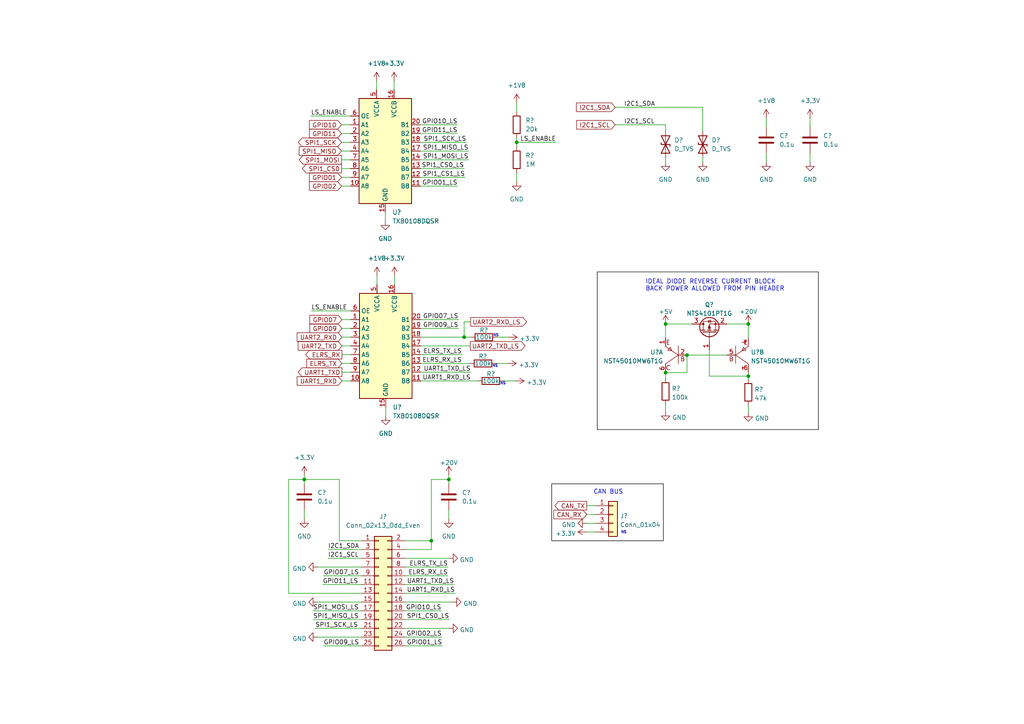
<source format=kicad_sch>
(kicad_sch (version 20211123) (generator eeschema)
  (paper "A4")
  (title_block (title "GPIO") (date "2022-09-18") (rev "1.0"))
  (lib_symbols
    (symbol "Connector_Generic:Conn_01x04" (pin_names (offset 1.016) hide)
      (property "Reference" "J" (at 0 5.08 0))
      (property "Value" "Conn_01x04" (at 0 -7.62 0))
      (symbol "Conn_01x04_1_1"
        (rectangle (start -1.27 -4.953) (end 0 -5.207) (stroke (width 0.1524)))
        (rectangle (start -1.27 -2.413) (end 0 -2.667) (stroke (width 0.1524)))
        (rectangle (start -1.27 0.127) (end 0 -0.127) (stroke (width 0.1524)))
        (rectangle (start -1.27 2.667) (end 0 2.413) (stroke (width 0.1524)))
        (rectangle (start -1.27 3.81) (end 1.27 -6.35) (stroke (width 0.254)) (fill (type background)))
        (pin passive line (at -5.08 2.54 0) (length 3.81) (name "Pin_1") (number "1"))
        (pin passive line (at -5.08 0 0) (length 3.81) (name "Pin_2") (number "2"))
        (pin passive line (at -5.08 -2.54 0) (length 3.81) (name "Pin_3") (number "3"))
        (pin passive line (at -5.08 -5.08 0) (length 3.81) (name "Pin_4") (number "4"))
      )
    )
    (symbol "Connector_Generic:Conn_02x13_Odd_Even" (pin_names (offset 1.016) hide)
      (property "Reference" "J" (at 1.27 17.78 0))
      (property "Value" "Conn_02x13_Odd_Even" (at 1.27 -17.78 0))
      (symbol "Conn_02x13_Odd_Even_1_1"
        (rectangle (start -1.27 -15.113) (end 0 -15.367) (stroke (width 0.1524)))
        (rectangle (start -1.27 -12.573) (end 0 -12.827) (stroke (width 0.1524)))
        (rectangle (start -1.27 -10.033) (end 0 -10.287) (stroke (width 0.1524)))
        (rectangle (start -1.27 -7.493) (end 0 -7.747) (stroke (width 0.1524)))
        (rectangle (start -1.27 -4.953) (end 0 -5.207) (stroke (width 0.1524)))
        (rectangle (start -1.27 -2.413) (end 0 -2.667) (stroke (width 0.1524)))
        (rectangle (start -1.27 0.127) (end 0 -0.127) (stroke (width 0.1524)))
        (rectangle (start -1.27 2.667) (end 0 2.413) (stroke (width 0.1524)))
        (rectangle (start -1.27 5.207) (end 0 4.953) (stroke (width 0.1524)))
        (rectangle (start -1.27 7.747) (end 0 7.493) (stroke (width 0.1524)))
        (rectangle (start -1.27 10.287) (end 0 10.033) (stroke (width 0.1524)))
        (rectangle (start -1.27 12.827) (end 0 12.573) (stroke (width 0.1524)))
        (rectangle (start -1.27 15.367) (end 0 15.113) (stroke (width 0.1524)))
        (rectangle (start -1.27 16.51) (end 3.81 -16.51) (stroke (width 0.254)) (fill (type background)))
        (rectangle (start 3.81 -15.113) (end 2.54 -15.367) (stroke (width 0.1524)))
        (rectangle (start 3.81 -12.573) (end 2.54 -12.827) (stroke (width 0.1524)))
        (rectangle (start 3.81 -10.033) (end 2.54 -10.287) (stroke (width 0.1524)))
        (rectangle (start 3.81 -7.493) (end 2.54 -7.747) (stroke (width 0.1524)))
        (rectangle (start 3.81 -4.953) (end 2.54 -5.207) (stroke (width 0.1524)))
        (rectangle (start 3.81 -2.413) (end 2.54 -2.667) (stroke (width 0.1524)))
        (rectangle (start 3.81 0.127) (end 2.54 -0.127) (stroke (width 0.1524)))
        (rectangle (start 3.81 2.667) (end 2.54 2.413) (stroke (width 0.1524)))
        (rectangle (start 3.81 5.207) (end 2.54 4.953) (stroke (width 0.1524)))
        (rectangle (start 3.81 7.747) (end 2.54 7.493) (stroke (width 0.1524)))
        (rectangle (start 3.81 10.287) (end 2.54 10.033) (stroke (width 0.1524)))
        (rectangle (start 3.81 12.827) (end 2.54 12.573) (stroke (width 0.1524)))
        (rectangle (start 3.81 15.367) (end 2.54 15.113) (stroke (width 0.1524)))
        (pin passive line (at -5.08 15.24 0) (length 3.81) (name "Pin_1") (number "1"))
        (pin passive line (at 7.62 5.08 180) (length 3.81) (name "Pin_10") (number "10"))
        (pin passive line (at -5.08 2.54 0) (length 3.81) (name "Pin_11") (number "11"))
        (pin passive line (at 7.62 2.54 180) (length 3.81) (name "Pin_12") (number "12"))
        (pin passive line (at -5.08 0 0) (length 3.81) (name "Pin_13") (number "13"))
        (pin passive line (at 7.62 0 180) (length 3.81) (name "Pin_14") (number "14"))
        (pin passive line (at -5.08 -2.54 0) (length 3.81) (name "Pin_15") (number "15"))
        (pin passive line (at 7.62 -2.54 180) (length 3.81) (name "Pin_16") (number "16"))
        (pin passive line (at -5.08 -5.08 0) (length 3.81) (name "Pin_17") (number "17"))
        (pin passive line (at 7.62 -5.08 180) (length 3.81) (name "Pin_18") (number "18"))
        (pin passive line (at -5.08 -7.62 0) (length 3.81) (name "Pin_19") (number "19"))
        (pin passive line (at 7.62 15.24 180) (length 3.81) (name "Pin_2") (number "2"))
        (pin passive line (at 7.62 -7.62 180) (length 3.81) (name "Pin_20") (number "20"))
        (pin passive line (at -5.08 -10.16 0) (length 3.81) (name "Pin_21") (number "21"))
        (pin passive line (at 7.62 -10.16 180) (length 3.81) (name "Pin_22") (number "22"))
        (pin passive line (at -5.08 -12.7 0) (length 3.81) (name "Pin_23") (number "23"))
        (pin passive line (at 7.62 -12.7 180) (length 3.81) (name "Pin_24") (number "24"))
        (pin passive line (at -5.08 -15.24 0) (length 3.81) (name "Pin_25") (number "25"))
        (pin passive line (at 7.62 -15.24 180) (length 3.81) (name "Pin_26") (number "26"))
        (pin passive line (at -5.08 12.7 0) (length 3.81) (name "Pin_3") (number "3"))
        (pin passive line (at 7.62 12.7 180) (length 3.81) (name "Pin_4") (number "4"))
        (pin passive line (at -5.08 10.16 0) (length 3.81) (name "Pin_5") (number "5"))
        (pin passive line (at 7.62 10.16 180) (length 3.81) (name "Pin_6") (number "6"))
        (pin passive line (at -5.08 7.62 0) (length 3.81) (name "Pin_7") (number "7"))
        (pin passive line (at 7.62 7.62 180) (length 3.81) (name "Pin_8") (number "8"))
        (pin passive line (at -5.08 5.08 0) (length 3.81) (name "Pin_9") (number "9"))
      )
    )
    (symbol "Device:C" (pin_numbers hide) (pin_names (offset 0.254))
      (property "Reference" "C" (at 0.635 2.54 0))
      (property "Value" "C" (at 0.635 -2.54 0))
      (symbol "C_0_1"
        (polyline (pts (xy -2.032 -0.762) (xy 2.032 -0.762)) (stroke (width 0.508)))
        (polyline (pts (xy -2.032 0.762) (xy 2.032 0.762)) (stroke (width 0.508)))
      )
      (symbol "C_1_1"
        (pin passive line (at 0 3.81 270) (length 2.794) (name "~") (number "1"))
        (pin passive line (at 0 -3.81 90) (length 2.794) (name "~") (number "2"))
      )
    )
    (symbol "Device:D_TVS" (pin_numbers hide) (pin_names (offset 1.016) hide)
      (property "Reference" "D" (at 0 2.54 0))
      (property "Value" "D_TVS" (at 0 -2.54 0))
      (symbol "D_TVS_0_1"
        (polyline (pts (xy 1.27 0) (xy -1.27 0)))
        (polyline (pts (xy 0.508 1.27) (xy 0 1.27) (xy 0 -1.27) (xy -0.508 -1.27)) (stroke (width 0.254)))
        (polyline (pts (xy -2.54 1.27) (xy -2.54 -1.27) (xy 2.54 1.27) (xy 2.54 -1.27) (xy -2.54 1.27)) (stroke (width 0.254)))
      )
      (symbol "D_TVS_1_1"
        (pin passive line (at -3.81 0 0) (length 2.54) (name "A1") (number "1"))
        (pin passive line (at 3.81 0 180) (length 2.54) (name "A2") (number "2"))
      )
    )
    (symbol "Device:R" (pin_numbers hide) (pin_names (offset 0))
      (property "Reference" "R" (at 2.032 0 90))
      (property "Value" "R" (at 0 0 90))
      (symbol "R_0_1"
        (rectangle (start -1.016 -2.54) (end 1.016 2.54) (stroke (width 0.254)))
      )
      (symbol "R_1_1"
        (pin passive line (at 0 3.81 270) (length 1.27) (name "~") (number "1"))
        (pin passive line (at 0 -3.81 90) (length 1.27) (name "~") (number "2"))
      )
    )
    (symbol "Logic_LevelTranslator:TXB0108DQSR"
      (property "Reference" "U" (at -6.35 16.51 0))
      (property "Value" "TXB0108DQSR" (at 3.81 16.51 0))
      (symbol "TXB0108DQSR_0_1"
        (rectangle (start -7.62 15.24) (end 7.62 -15.24) (stroke (width 0.254)) (fill (type background)))
      )
      (symbol "TXB0108DQSR_1_1"
        (pin bidirectional line (at -10.16 7.62 0) (length 2.54) (name "A1") (number "1"))
        (pin bidirectional line (at -10.16 -10.16 0) (length 2.54) (name "A8") (number "10"))
        (pin bidirectional line (at 10.16 -10.16 180) (length 2.54) (name "B8") (number "11"))
        (pin bidirectional line (at 10.16 -7.62 180) (length 2.54) (name "B7") (number "12"))
        (pin bidirectional line (at 10.16 -5.08 180) (length 2.54) (name "B6") (number "13"))
        (pin bidirectional line (at 10.16 -2.54 180) (length 2.54) (name "B5") (number "14"))
        (pin power_in line (at 0 -17.78 90) (length 2.54) (name "GND") (number "15"))
        (pin power_in line (at 2.54 17.78 270) (length 2.54) (name "VCCB") (number "16"))
        (pin bidirectional line (at 10.16 0 180) (length 2.54) (name "B4") (number "17"))
        (pin bidirectional line (at 10.16 2.54 180) (length 2.54) (name "B3") (number "18"))
        (pin bidirectional line (at 10.16 5.08 180) (length 2.54) (name "B2") (number "19"))
        (pin bidirectional line (at -10.16 5.08 0) (length 2.54) (name "A2") (number "2"))
        (pin bidirectional line (at 10.16 7.62 180) (length 2.54) (name "B1") (number "20"))
        (pin bidirectional line (at -10.16 2.54 0) (length 2.54) (name "A3") (number "3"))
        (pin bidirectional line (at -10.16 0 0) (length 2.54) (name "A4") (number "4"))
        (pin power_in line (at -2.54 17.78 270) (length 2.54) (name "VCCA") (number "5"))
        (pin input line (at -10.16 10.16 0) (length 2.54) (name "OE") (number "6"))
        (pin bidirectional line (at -10.16 -2.54 0) (length 2.54) (name "A5") (number "7"))
        (pin bidirectional line (at -10.16 -5.08 0) (length 2.54) (name "A6") (number "8"))
        (pin bidirectional line (at -10.16 -7.62 0) (length 2.54) (name "A7") (number "9"))
      )
    )
    (symbol "Power:+5VGPIO" (power) (pin_names (offset 0))
      (property "Value" "+5VGPIO" (at 0 3.556 0))
      (symbol "+5VGPIO_0_1"
        (polyline (pts (xy -0.762 1.27) (xy 0 2.54)))
        (polyline (pts (xy 0 0) (xy 0 2.54)))
        (polyline (pts (xy 0 2.54) (xy 0.762 1.27)))
      )
      (symbol "+5VGPIO_1_1"
        (pin power_in line (at 0 0 90) (length 0) hide (name "+20V") (number "1"))
      )
    )
    (symbol "Transistor_Arrays:NST45010MW6T1G"
      (property "Reference" "U" (at 0 4.445 0))
      (property "Value" "NST45010MW6T1G" (at 0 1.905 0))
      (symbol "NST45010MW6T1G_1_0"
        (text "B" (at 4.953 -9.017 0) (effects (font (size 1.27 1.27))))
        (text "C" (at 0.762 -11.557 0) (effects (font (size 1.27 1.27))))
        (text "E" (at 0.762 -4.191 0) (effects (font (size 1.27 1.27))))
      )
      (symbol "NST45010MW6T1G_1_1"
        (polyline (pts (xy 3.683 -5.207) (xy 3.683 -10.287)) (stroke (width 0.1524)))
        (polyline (pts (xy 0 -10.414) (xy 3.683 -7.874) (xy 0 -5.334)) (stroke (width 0.1524)))
        (polyline (pts (xy 1.397 -5.588) (xy 1.778 -6.604) (xy 0.635 -6.477) (xy 1.397 -5.588)) (stroke (width 0.1524)))
        (pin input line (at 0 -2.794 270) (length 2.54) (name "E") (number "1"))
        (pin input line (at 6.223 -7.874 180) (length 2.54) (name "B") (number "2"))
        (pin input line (at 0 -12.954 90) (length 2.54) (name "C") (number "6"))
      )
      (symbol "NST45010MW6T1G_2_0"
        (text "B" (at 4.953 -9.144 0) (effects (font (size 1.27 1.27))))
        (text "C" (at 0.762 -11.684 0) (effects (font (size 1.27 1.27))))
        (text "E" (at 0.762 -4.318 0) (effects (font (size 1.27 1.27))))
      )
      (symbol "NST45010MW6T1G_2_1"
        (polyline (pts (xy 3.683 -5.334) (xy 3.683 -10.414)) (stroke (width 0.1524)))
        (polyline (pts (xy 0 -10.541) (xy 3.683 -8.001) (xy 0 -5.461)) (stroke (width 0.1524)))
        (polyline (pts (xy 1.397 -5.715) (xy 1.778 -6.731) (xy 0.635 -6.604) (xy 1.397 -5.715)) (stroke (width 0.1524)))
        (pin input line (at 0 -13.081 90) (length 2.54) (name "C") (number "3"))
        (pin input line (at 0 -2.921 270) (length 2.54) (name "E") (number "4"))
        (pin input line (at 6.223 -8.001 180) (length 2.54) (name "B") (number "5"))
      )
    )
    (symbol "Transistor_FET:DMG2301L" (pin_names hide)
      (property "Reference" "Q" (at 5.08 1.905 0))
      (property "Value" "DMG2301L" (at 5.08 0 0))
      (symbol "DMG2301L_0_1"
        (polyline (pts (xy 0.254 0) (xy -2.54 0)))
        (polyline (pts (xy 0.254 1.905) (xy 0.254 -1.905)) (stroke (width 0.254)))
        (polyline (pts (xy 0.762 -1.27) (xy 0.762 -2.286)) (stroke (width 0.254)))
        (polyline (pts (xy 0.762 0.508) (xy 0.762 -0.508)) (stroke (width 0.254)))
        (polyline (pts (xy 0.762 2.286) (xy 0.762 1.27)) (stroke (width 0.254)))
        (polyline (pts (xy 2.54 2.54) (xy 2.54 1.778)))
        (polyline (pts (xy 2.54 -2.54) (xy 2.54 0) (xy 0.762 0)))
        (polyline (pts (xy 0.762 1.778) (xy 3.302 1.778) (xy 3.302 -1.778) (xy 0.762 -1.778)))
        (polyline (pts (xy 2.286 0) (xy 1.27 0.381) (xy 1.27 -0.381) (xy 2.286 0)) (fill (type outline)))
        (polyline (pts (xy 2.794 -0.508) (xy 2.921 -0.381) (xy 3.683 -0.381) (xy 3.81 -0.254)))
        (polyline (pts (xy 3.302 -0.381) (xy 2.921 0.254) (xy 3.683 0.254) (xy 3.302 -0.381)))
        (circle (center 1.651 0) (radius 2.794) (stroke (width 0.254)))
        (circle (center 2.54 -1.778) (radius 0.254) (fill (type outline)))
        (circle (center 2.54 1.778) (radius 0.254) (fill (type outline)))
      )
      (symbol "DMG2301L_1_1"
        (pin input line (at -5.08 0 0) (length 2.54) (name "G") (number "1"))
        (pin passive line (at 2.54 -5.08 90) (length 2.54) (name "S") (number "2"))
        (pin passive line (at 2.54 5.08 270) (length 2.54) (name "D") (number "3"))
      )
    )
    (symbol "power:+1V8" (power) (pin_names (offset 0))
      (property "Value" "+1V8" (at 0 3.556 0))
      (symbol "+1V8_0_1"
        (polyline (pts (xy -0.762 1.27) (xy 0 2.54)))
        (polyline (pts (xy 0 0) (xy 0 2.54)))
        (polyline (pts (xy 0 2.54) (xy 0.762 1.27)))
      )
      (symbol "+1V8_1_1"
        (pin power_in line (at 0 0 90) (length 0) hide (name "+1V8") (number "1"))
      )
    )
    (symbol "power:+3.3V" (power) (pin_names (offset 0))
      (property "Value" "+3.3V" (at 0 3.556 0))
      (symbol "+3.3V_0_1"
        (polyline (pts (xy -0.762 1.27) (xy 0 2.54)))
        (polyline (pts (xy 0 0) (xy 0 2.54)))
        (polyline (pts (xy 0 2.54) (xy 0.762 1.27)))
      )
      (symbol "+3.3V_1_1"
        (pin power_in line (at 0 0 90) (length 0) hide (name "+3.3V") (number "1"))
      )
    )
    (symbol "power:+5V" (power) (pin_names (offset 0))
      (property "Value" "+5V" (at 0 3.556 0))
      (symbol "+5V_0_1"
        (polyline (pts (xy -0.762 1.27) (xy 0 2.54)))
        (polyline (pts (xy 0 0) (xy 0 2.54)))
        (polyline (pts (xy 0 2.54) (xy 0.762 1.27)))
      )
      (symbol "+5V_1_1"
        (pin power_in line (at 0 0 90) (length 0) hide (name "+5V") (number "1"))
      )
    )
    (symbol "power:GND" (power) (pin_names (offset 0))
      (property "Value" "GND" (at 0 -3.81 0))
      (symbol "GND_0_1"
        (polyline (pts (xy 0 0) (xy 0 -1.27) (xy 1.27 -1.27) (xy 0 -2.54) (xy -1.27 -1.27) (xy 0 -1.27)))
      )
      (symbol "GND_1_1"
        (pin power_in line (at 0 0 270) (length 0) hide (name "GND") (number "1"))
      )
    )
  )
  (junction (at 217.043 93.98))
  (junction (at 193.04 108.077))
  (junction (at 88.265 139.065))
  (junction (at 217.043 109.093))
  (junction (at 130.175 139.065))
  (junction (at 149.86 41.275))
  (junction (at 134.62 97.79))
  (junction (at 199.263 102.997))
  (junction (at 193.04 93.98))
  (junction (at 125.095 156.845))
  (wire (pts (xy 130.175 147.955) (xy 130.175 150.495)))
  (wire (pts (xy 117.475 169.545) (xy 131.699 169.545)))
  (wire (pts (xy 193.04 109.728) (xy 193.04 108.077)))
  (wire (pts (xy 99.187 95.25) (xy 101.727 95.25)))
  (wire (pts (xy 170.18 151.765) (xy 172.72 151.765)))
  (wire (pts (xy 117.475 167.005) (xy 129.921 167.005)))
  (wire (pts (xy 99.187 97.79) (xy 101.727 97.79)))
  (wire (pts (xy 93.853 167.005) (xy 104.775 167.005)))
  (wire (pts (xy 99.187 100.33) (xy 101.727 100.33)))
  (wire (pts (xy 205.74 109.093) (xy 217.043 109.093)))
  (wire (pts (xy 130.175 139.065) (xy 130.175 140.335)))
  (wire (pts (xy 121.92 41.275) (xy 135.255 41.275)))
  (wire (pts (xy 88.265 147.955) (xy 88.265 150.495)))
  (wire (pts (xy 234.95 34.29) (xy 234.95 36.83)))
  (wire (pts (xy 99.187 102.87) (xy 101.727 102.87)))
  (wire (pts (xy 117.475 182.245) (xy 130.175 182.245)))
  (wire (pts (xy 83.693 139.065) (xy 88.265 139.065)))
  (wire (pts (xy 99.187 105.41) (xy 101.727 105.41)))
  (wire (pts (xy 121.92 43.815) (xy 135.89 43.815)))
  (wire (pts (xy 83.693 172.085) (xy 83.693 139.065)))
  (polyline (pts (xy 173.228 78.867) (xy 237.363 78.867)) (stroke (width 0) (type solid) (color 0 0 0 1)))
  (polyline (pts (xy 237.363 124.587) (xy 237.363 78.867)) (stroke (width 0) (type solid) (color 0 0 0 1)))
  (wire (pts (xy 130.175 137.795) (xy 130.175 139.065)))
  (wire (pts (xy 149.86 29.845) (xy 149.86 32.385)))
  (wire (pts (xy 122.047 105.41) (xy 136.271 105.41)))
  (wire (pts (xy 99.187 107.95) (xy 101.727 107.95)))
  (wire (pts (xy 122.047 97.79) (xy 134.62 97.79)))
  (wire (pts (xy 111.76 61.595) (xy 111.76 64.135)))
  (wire (pts (xy 199.263 108.077) (xy 199.263 102.997)))
  (wire (pts (xy 146.177 110.49) (xy 149.479 110.49)))
  (wire (pts (xy 88.265 137.795) (xy 88.265 139.065)))
  (wire (pts (xy 134.62 97.79) (xy 136.525 97.79)))
  (wire (pts (xy 193.04 38.1) (xy 193.04 36.195)))
  (wire (pts (xy 117.475 179.705) (xy 130.302 179.705)))
  (wire (pts (xy 98.425 139.065) (xy 98.425 156.845)))
  (wire (pts (xy 170.18 149.225) (xy 172.72 149.225)))
  (wire (pts (xy 234.95 44.45) (xy 234.95 46.99)))
  (wire (pts (xy 114.3 23.495) (xy 114.3 26.035)))
  (polyline (pts (xy 160.02 140.335) (xy 192.405 140.335)) (stroke (width 0) (type solid) (color 0 0 0 1)))
  (wire (pts (xy 121.92 51.435) (xy 134.874 51.435)))
  (wire (pts (xy 122.047 102.87) (xy 133.985 102.87)))
  (wire (pts (xy 104.775 182.245) (xy 91.44 182.245)))
  (wire (pts (xy 144.145 97.79) (xy 147.447 97.79)))
  (wire (pts (xy 217.043 93.98) (xy 217.043 97.917)))
  (wire (pts (xy 134.62 93.345) (xy 134.62 97.79)))
  (wire (pts (xy 125.095 159.385) (xy 125.095 156.845)))
  (wire (pts (xy 109.22 23.495) (xy 109.22 26.035)))
  (wire (pts (xy 99.187 110.49) (xy 101.727 110.49)))
  (wire (pts (xy 122.047 110.49) (xy 138.557 110.49)))
  (wire (pts (xy 104.775 179.705) (xy 90.805 179.705)))
  (wire (pts (xy 149.86 50.165) (xy 149.86 52.705)))
  (wire (pts (xy 121.92 48.895) (xy 134.62 48.895)))
  (wire (pts (xy 222.25 44.45) (xy 222.25 46.99)))
  (wire (pts (xy 90.17 33.655) (xy 101.6 33.655)))
  (wire (pts (xy 99.06 38.735) (xy 101.6 38.735)))
  (wire (pts (xy 117.475 159.385) (xy 125.095 159.385)))
  (wire (pts (xy 104.775 159.385) (xy 95.123 159.385)))
  (wire (pts (xy 121.92 46.355) (xy 135.89 46.355)))
  (wire (pts (xy 130.175 139.065) (xy 125.095 139.065)))
  (wire (pts (xy 99.06 36.195) (xy 101.6 36.195)))
  (polyline (pts (xy 192.405 156.845) (xy 160.02 156.845)) (stroke (width 0) (type solid) (color 0 0 0 1)))
  (wire (pts (xy 104.775 184.785) (xy 92.075 184.785)))
  (wire (pts (xy 122.047 95.25) (xy 132.969 95.25)))
  (wire (pts (xy 88.265 139.065) (xy 88.265 140.335)))
  (wire (pts (xy 88.265 139.065) (xy 98.425 139.065)))
  (wire (pts (xy 217.043 117.602) (xy 217.043 119.634)))
  (wire (pts (xy 93.599 169.545) (xy 104.775 169.545)))
  (wire (pts (xy 143.891 105.41) (xy 147.193 105.41)))
  (wire (pts (xy 149.86 41.275) (xy 149.86 42.545)))
  (wire (pts (xy 199.263 102.997) (xy 210.82 102.997)))
  (polyline (pts (xy 173.228 78.867) (xy 173.228 124.587)) (stroke (width 0) (type solid) (color 0 0 0 1)))
  (wire (pts (xy 104.775 177.165) (xy 90.805 177.165)))
  (wire (pts (xy 136.525 93.345) (xy 134.62 93.345)))
  (polyline (pts (xy 160.02 140.335) (xy 160.02 156.845)) (stroke (width 0) (type solid) (color 0 0 0 1)))
  (wire (pts (xy 99.187 92.71) (xy 101.727 92.71)))
  (wire (pts (xy 114.427 80.01) (xy 114.427 82.55)))
  (wire (pts (xy 217.043 109.093) (xy 217.043 109.982)))
  (wire (pts (xy 117.475 174.625) (xy 131.191 174.625)))
  (wire (pts (xy 122.047 92.71) (xy 132.969 92.71)))
  (wire (pts (xy 149.86 40.005) (xy 149.86 41.275)))
  (wire (pts (xy 122.047 100.33) (xy 136.398 100.33)))
  (wire (pts (xy 111.887 118.11) (xy 111.887 120.65)))
  (wire (pts (xy 210.82 93.98) (xy 217.043 93.98)))
  (wire (pts (xy 117.475 172.085) (xy 131.953 172.085)))
  (wire (pts (xy 121.92 36.195) (xy 132.715 36.195)))
  (wire (pts (xy 125.095 139.065) (xy 125.095 156.845)))
  (wire (pts (xy 117.475 187.325) (xy 128.27 187.325)))
  (wire (pts (xy 193.04 117.348) (xy 193.04 119.38)))
  (wire (pts (xy 98.425 156.845) (xy 104.775 156.845)))
  (polyline (pts (xy 192.405 140.335) (xy 192.405 156.845)) (stroke (width 0) (type solid) (color 0 0 0 1)))
  (wire (pts (xy 193.04 93.98) (xy 193.04 97.917)))
  (wire (pts (xy 90.297 90.17) (xy 101.727 90.17)))
  (wire (pts (xy 170.18 146.685) (xy 172.72 146.685)))
  (wire (pts (xy 104.775 172.085) (xy 83.693 172.085)))
  (polyline (pts (xy 173.228 124.587) (xy 237.363 124.587)) (stroke (width 0) (type solid) (color 0 0 0 1)))
  (wire (pts (xy 178.435 36.195) (xy 193.04 36.195)))
  (wire (pts (xy 104.775 161.925) (xy 95.123 161.925)))
  (wire (pts (xy 193.04 93.98) (xy 200.66 93.98)))
  (wire (pts (xy 193.04 45.72) (xy 193.04 46.99)))
  (wire (pts (xy 117.475 184.785) (xy 128.143 184.785)))
  (wire (pts (xy 117.475 164.465) (xy 129.921 164.465)))
  (wire (pts (xy 99.06 43.815) (xy 101.6 43.815)))
  (wire (pts (xy 99.06 41.275) (xy 101.6 41.275)))
  (wire (pts (xy 222.25 34.29) (xy 222.25 36.83)))
  (wire (pts (xy 203.835 31.115) (xy 178.435 31.115)))
  (wire (pts (xy 122.047 107.95) (xy 136.525 107.95)))
  (wire (pts (xy 217.043 108.077) (xy 217.043 109.093)))
  (wire (pts (xy 205.74 101.6) (xy 205.74 109.093)))
  (wire (pts (xy 117.475 156.845) (xy 125.095 156.845)))
  (wire (pts (xy 193.04 108.077) (xy 199.263 108.077)))
  (wire (pts (xy 93.853 187.325) (xy 104.775 187.325)))
  (wire (pts (xy 203.835 45.72) (xy 203.835 46.99)))
  (wire (pts (xy 104.775 164.465) (xy 92.075 164.465)))
  (wire (pts (xy 121.92 53.975) (xy 132.715 53.975)))
  (wire (pts (xy 99.06 51.435) (xy 101.6 51.435)))
  (wire (pts (xy 117.475 177.165) (xy 128.016 177.165)))
  (wire (pts (xy 149.86 41.275) (xy 161.29 41.275)))
  (wire (pts (xy 99.06 53.975) (xy 101.6 53.975)))
  (wire (pts (xy 99.06 46.355) (xy 101.6 46.355)))
  (wire (pts (xy 99.06 48.895) (xy 101.6 48.895)))
  (wire (pts (xy 121.92 38.735) (xy 132.715 38.735)))
  (wire (pts (xy 109.347 80.01) (xy 109.347 82.55)))
  (wire (pts (xy 104.775 174.625) (xy 92.075 174.625)))
  (wire (pts (xy 117.475 161.925) (xy 130.175 161.925)))
  (wire (pts (xy 203.835 38.1) (xy 203.835 31.115)))
  (wire (pts (xy 170.18 154.305) (xy 172.72 154.305)))
  (text "NS" (at 142.748 106.68 0) (effects (font (size 0.75 0.75)) (justify left bottom)))
  (text "NS" (at 143.002 97.79 0) (effects (font (size 0.75 0.75)) (justify left bottom)))
  (text "IDEAL DIODE REVERSE CURRENT BLOCK\nBACK POWER ALLOWED FROM PIN HEADER" (at 187.198 84.582 0) (effects (font (size 1.27 1.27)) (justify left bottom)))
  (text "NS" (at 145.034 111.76 0) (effects (font (size 0.75 0.75)) (justify left bottom)))
  (text "NS" (at 180.086 154.94 0) (effects (font (size 0.75 0.75)) (justify left bottom)))
  (text "CAN BUS" (at 172.085 143.51 0) (effects (font (size 1.27 1.27)) (justify left bottom)))
  (label "UART1_RXD_LS" (at 136.525 110.49 180))
  (label "SPI1_MOSI_LS" (at 90.805 177.165 0))
  (label "UART1_RXD_LS" (at 131.953 172.085 180))
  (label "UART1_TXD_LS" (at 131.699 169.545 180))
  (label "GPIO11_LS" (at 93.599 169.545 0))
  (label "SPI1_CS0_LS" (at 130.302 179.705 180))
  (label "GPIO10_LS" (at 132.715 36.195 180))
  (label "GPIO02_LS" (at 128.143 184.785 180))
  (label "UART1_TXD_LS" (at 136.525 107.95 180))
  (label "SPI1_SCK_LS" (at 91.44 182.245 0))
  (label "ELRS_TX_LS" (at 133.985 102.87 180))
  (label "I2C1_SDA" (at 95.123 159.385 0))
  (label "ELRS_RX_LS" (at 133.985 105.41 180))
  (label "GPIO07_LS" (at 132.969 92.71 180))
  (label "LS_ENABLE" (at 90.17 33.655 0))
  (label "ELRS_TX_LS" (at 129.921 164.465 180))
  (label "SPI1_MISO_LS" (at 135.89 43.815 180))
  (label "ELRS_RX_LS" (at 129.921 167.005 180))
  (label "GPIO07_LS" (at 93.853 167.005 0))
  (label "I2C1_SCL" (at 180.975 36.195 0))
  (label "GPIO01_LS" (at 128.27 187.325 180))
  (label "SPI1_CS0_LS" (at 134.62 48.895 180))
  (label "SPI1_SCK_LS" (at 135.255 41.275 180))
  (label "SPI1_MISO_LS" (at 90.805 179.705 0))
  (label "I2C1_SCL" (at 95.123 161.925 0))
  (label "GPIO09_LS" (at 93.853 187.325 0))
  (label "SPI1_MOSI_LS" (at 135.89 46.355 180))
  (label "LS_ENABLE" (at 90.297 90.17 0))
  (label "SPI1_CS1_LS" (at 134.874 51.435 180))
  (label "GPIO10_LS" (at 128.016 177.165 180))
  (label "I2C1_SDA" (at 180.975 31.115 0))
  (label "GPIO01_LS" (at 132.715 53.975 180))
  (label "LS_ENABLE" (at 161.29 41.275 180))
  (label "GPIO11_LS" (at 132.715 38.735 180))
  (label "GPIO09_LS" (at 132.969 95.25 180))
  (global_label "GPIO01" (shape input) (at 99.06 51.435 180) (property "Intersheet References" "${INTERSHEET_REFS}" (effects hide)))
  (global_label "ELRS_RX" (shape output) (at 99.187 102.87 180) (property "Intersheet References" "${INTERSHEET_REFS}" (effects hide)))
  (global_label "CAN_TX" (shape output) (at 170.18 146.685 180) (property "Intersheet References" "${INTERSHEET_REFS}" (effects hide)))
  (global_label "GPIO07" (shape input) (at 99.187 92.71 180) (property "Intersheet References" "${INTERSHEET_REFS}" (effects hide)))
  (global_label "UART1_TXD" (shape output) (at 99.187 107.95 180) (property "Intersheet References" "${INTERSHEET_REFS}" (effects hide)))
  (global_label "UART2_TXD_LS" (shape output) (at 136.398 100.33 0) (property "Intersheet References" "${INTERSHEET_REFS}" (effects hide)))
  (global_label "UART1_RXD" (shape input) (at 99.187 110.49 180) (property "Intersheet References" "${INTERSHEET_REFS}" (effects hide)))
  (global_label "UART2_RXD" (shape input) (at 99.187 97.79 180) (property "Intersheet References" "${INTERSHEET_REFS}" (effects hide)))
  (global_label "GPIO09" (shape input) (at 99.187 95.25 180) (property "Intersheet References" "${INTERSHEET_REFS}" (effects hide)))
  (global_label "UART2_RXD_LS" (shape output) (at 136.525 93.345 0) (property "Intersheet References" "${INTERSHEET_REFS}" (effects hide)))
  (global_label "SPI1_MOSI" (shape output) (at 99.06 46.355 180) (property "Intersheet References" "${INTERSHEET_REFS}" (effects hide)))
  (global_label "UART2_TXD" (shape input) (at 99.187 100.33 180) (property "Intersheet References" "${INTERSHEET_REFS}" (effects hide)))
  (global_label "I2C1_SCL" (shape input) (at 178.435 36.195 180) (property "Intersheet References" "${INTERSHEET_REFS}" (effects hide)))
  (global_label "I2C1_SDA" (shape input) (at 178.435 31.115 180) (property "Intersheet References" "${INTERSHEET_REFS}" (effects hide)))
  (global_label "CAN_RX" (shape input) (at 170.18 149.225 180) (property "Intersheet References" "${INTERSHEET_REFS}" (effects hide)))
  (global_label "SPI1_SCK" (shape bidirectional) (at 99.06 41.275 180) (property "Intersheet References" "${INTERSHEET_REFS}" (effects hide)))
  (global_label "GPIO10" (shape input) (at 99.06 36.195 180) (property "Intersheet References" "${INTERSHEET_REFS}" (effects hide)))
  (global_label "GPIO02" (shape input) (at 99.06 53.975 180) (property "Intersheet References" "${INTERSHEET_REFS}" (effects hide)))
  (global_label "GPIO11" (shape input) (at 99.06 38.735 180) (property "Intersheet References" "${INTERSHEET_REFS}" (effects hide)))
  (global_label "ELRS_TX" (shape input) (at 99.187 105.41 180) (property "Intersheet References" "${INTERSHEET_REFS}" (effects hide)))
  (global_label "SPI1_MISO" (shape input) (at 99.06 43.815 180) (property "Intersheet References" "${INTERSHEET_REFS}" (effects hide)))
  (global_label "SPI1_CS0" (shape output) (at 99.06 48.895 180) (property "Intersheet References" "${INTERSHEET_REFS}" (effects hide)))
  (symbol (lib_id "Device:D_TVS") (at 193.04 41.91 90) (unit 1)
    (property "Reference" "D?" (at 195.58 40.6399 90) (effects (justify right)))
    (property "Value" "D_TVS" (at 195.58 43.1799 90) (effects (justify right)))
  )
  (symbol (lib_id "power:+3.3V") (at 88.265 137.795 0) (unit 1)
    (property "Reference" "#PWR?" (effects hide))
    (property "Value" "+3.3V" (at 88.265 132.715 0))
  )
  (symbol (lib_id "power:GND") (at 130.175 150.495 0) (unit 1)
    (property "Reference" "#PWR?" (effects hide))
    (property "Value" "GND" (at 130.175 155.575 0))
  )
  (symbol (lib_id "Power:+5VGPIO") (at 130.175 137.795 0) (unit 1)
    (property "Reference" "#PWR?" (effects hide))
    (property "Value" "+5VGPIO" (at 130.175 134.2192 0))
  )
  (symbol (lib_id "power:GND") (at 149.86 52.705 0) (unit 1)
    (property "Reference" "#PWR?" (effects hide))
    (property "Value" "GND" (at 149.86 57.785 0))
  )
  (symbol (lib_id "Device:R") (at 142.367 110.49 90) (unit 1)
    (property "Reference" "R?" (at 142.367 108.458 90))
    (property "Value" "100k" (at 142.367 110.49 90))
  )
  (symbol (lib_id "power:GND") (at 130.175 182.245 90) (unit 1)
    (property "Reference" "#PWR?" (effects hide))
    (property "Value" "GND" (at 133.35 182.6788 90) (effects (justify right)))
  )
  (symbol (lib_id "power:GND") (at 234.95 46.99 0) (unit 1)
    (property "Reference" "#PWR?" (effects hide))
    (property "Value" "GND" (at 234.95 52.07 0))
  )
  (symbol (lib_id "power:+3.3V") (at 114.3 23.495 0) (unit 1)
    (property "Reference" "#PWR?" (effects hide))
    (property "Value" "+3.3V" (at 114.3 18.415 0))
  )
  (symbol (lib_id "power:GND") (at 92.075 174.625 270) (mirror x) (unit 1)
    (property "Reference" "#PWR?" (effects hide))
    (property "Value" "GND" (at 88.9 175.0588 90) (effects (justify right)))
  )
  (symbol (lib_id "power:+3.3V") (at 170.18 154.305 90) (unit 1)
    (property "Reference" "#PWR?" (effects hide))
    (property "Value" "+3.3V" (at 167.005 154.7388 90) (effects (justify left)))
  )
  (symbol (lib_id "power:+5V") (at 193.04 93.98 0) (unit 1)
    (property "Reference" "#PWR?" (effects hide))
    (property "Value" "+5V" (at 193.04 90.4042 0))
  )
  (symbol (lib_id "power:GND") (at 131.191 174.625 90) (unit 1)
    (property "Reference" "#PWR?" (effects hide))
    (property "Value" "GND" (at 134.366 175.0588 90) (effects (justify right)))
  )
  (symbol (lib_id "power:GND") (at 217.043 119.634 0) (unit 1)
    (property "Reference" "#PWR?" (effects hide))
    (property "Value" "GND" (at 218.948 121.3378 0) (effects (justify left)))
  )
  (symbol (lib_id "power:GND") (at 203.835 46.99 0) (unit 1)
    (property "Reference" "#PWR?" (effects hide))
    (property "Value" "GND" (at 203.835 52.07 0))
  )
  (symbol (lib_id "power:GND") (at 222.25 46.99 0) (unit 1)
    (property "Reference" "#PWR?" (effects hide))
    (property "Value" "GND" (at 222.25 52.07 0))
  )
  (symbol (lib_id "Device:R") (at 149.86 36.195 0) (unit 1)
    (property "Reference" "R?" (at 152.4 34.9249 0) (effects (justify left)))
    (property "Value" "20k" (at 152.4 37.4649 0) (effects (justify left)))
  )
  (symbol (lib_id "power:GND") (at 193.04 46.99 0) (unit 1)
    (property "Reference" "#PWR?" (effects hide))
    (property "Value" "GND" (at 193.04 52.07 0))
  )
  (symbol (lib_id "power:+3.3V") (at 234.95 34.29 0) (unit 1)
    (property "Reference" "#PWR?" (effects hide))
    (property "Value" "+3.3V" (at 234.95 29.21 0))
  )
  (symbol (lib_id "Logic_LevelTranslator:TXB0108DQSR") (at 111.887 100.33 0) (unit 1)
    (property "Reference" "U?" (at 113.9064 118.11 0) (effects (justify left)))
    (property "Value" "TXB0108DQSR" (at 113.9064 120.65 0) (effects (justify left)))
    (property "Footprint" "Package_SON:USON-20_2x4mm_P0.4mm" (effects hide))
    (property "Datasheet" "http://www.ti.com/lit/ds/symlink/txb0108.pdf" (effects hide))
  )
  (symbol (lib_id "power:GND") (at 130.175 161.925 90) (unit 1)
    (property "Reference" "#PWR?" (effects hide))
    (property "Value" "GND" (at 133.35 162.3588 90) (effects (justify right)))
  )
  (symbol (lib_id "power:GND") (at 111.76 64.135 0) (unit 1)
    (property "Reference" "#PWR?" (effects hide))
    (property "Value" "GND" (at 111.76 69.215 0))
  )
  (symbol (lib_id "Device:R") (at 140.081 105.41 90) (unit 1)
    (property "Reference" "R?" (at 140.081 103.378 90))
    (property "Value" "100k" (at 140.081 105.41 90))
  )
  (symbol (lib_id "power:+3.3V") (at 149.479 110.49 270) (unit 1)
    (property "Reference" "#PWR?" (effects hide))
    (property "Value" "+3.3V" (at 152.654 110.9238 90) (effects (justify left)))
  )
  (symbol (lib_id "power:+1V8") (at 149.86 29.845 0) (unit 1)
    (property "Reference" "#PWR?" (effects hide))
    (property "Value" "+1V8" (at 149.86 24.765 0))
  )
  (symbol (lib_id "Device:C") (at 222.25 40.64 0) (unit 1)
    (property "Reference" "C?" (at 226.06 39.3699 0) (effects (justify left)))
    (property "Value" "0.1u" (at 226.06 41.9099 0) (effects (justify left)))
  )
  (symbol (lib_id "power:+1V8") (at 109.22 23.495 0) (unit 1)
    (property "Reference" "#PWR?" (effects hide))
    (property "Value" "+1V8" (at 109.22 18.415 0))
  )
  (symbol (lib_id "power:GND") (at 170.18 151.765 270) (unit 1)
    (property "Reference" "#PWR?" (effects hide))
    (property "Value" "GND" (at 167.0051 152.1988 90) (effects (justify right)))
  )
  (symbol (lib_id "power:GND") (at 92.075 164.465 270) (mirror x) (unit 1)
    (property "Reference" "#PWR?" (effects hide))
    (property "Value" "GND" (at 88.9 164.8988 90) (effects (justify right)))
  )
  (symbol (lib_id "power:+3.3V") (at 114.427 80.01 0) (unit 1)
    (property "Reference" "#PWR?" (effects hide))
    (property "Value" "+3.3V" (at 114.427 74.93 0))
  )
  (symbol (lib_id "Device:R") (at 217.043 113.792 0) (unit 1)
    (property "Reference" "R?" (at 218.821 112.9573 0) (effects (justify left)))
    (property "Value" "47k" (at 218.821 115.4942 0) (effects (justify left)))
  )
  (symbol (lib_id "Connector_Generic:Conn_02x13_Odd_Even") (at 109.855 172.085 0) (unit 1)
    (property "Reference" "J?" (at 111.125 149.86 0))
    (property "Value" "Conn_02x13_Odd_Even" (at 111.125 152.4 0))
  )
  (symbol (lib_id "power:GND") (at 88.265 150.495 0) (unit 1)
    (property "Reference" "#PWR?" (effects hide))
    (property "Value" "GND" (at 88.265 155.575 0))
  )
  (symbol (lib_id "Transistor_FET:DMG2301L") (at 205.74 96.52 90) (unit 1)
    (property "Reference" "Q?" (at 205.74 88.3752 90))
    (property "Value" "NTS4101PT1G" (at 205.74 90.9121 90))
    (property "Footprint" "Package_TO_SOT_SMD:SOT-23" (effects hide))
    (property "Datasheet" "https://www.diodes.com/assets/Datasheets/DMG2301L.pdf" (effects hide))
  )
  (symbol (lib_id "power:GND") (at 193.04 119.38 0) (unit 1)
    (property "Reference" "#PWR?" (effects hide))
    (property "Value" "GND" (at 194.945 121.0838 0) (effects (justify left)))
  )
  (symbol (lib_id "power:+3.3V") (at 147.447 97.79 270) (unit 1)
    (property "Reference" "#PWR?" (effects hide))
    (property "Value" "+3.3V" (at 150.622 98.2238 90) (effects (justify left)))
  )
  (symbol (lib_id "Transistor_Arrays:NST45010MW6T1G") (at 193.04 95.123 0) (unit 1)
    (property "Reference" "U?" (at 192.3288 102.1622 0) (effects (justify right)))
    (property "Value" "NST45010MW6T1G" (at 192.3288 104.6991 0) (effects (justify right)))
  )
  (symbol (lib_id "Device:R") (at 140.335 97.79 90) (unit 1)
    (property "Reference" "R?" (at 140.335 95.758 90))
    (property "Value" "100k" (at 140.335 97.79 90))
  )
  (symbol (lib_id "Connector_Generic:Conn_01x04") (at 177.8 149.225 0) (unit 1)
    (property "Reference" "J?" (at 179.832 149.6603 0) (effects (justify left)))
    (property "Value" "Conn_01x04" (at 179.832 152.1972 0) (effects (justify left)))
  )
  (symbol (lib_id "Device:C") (at 88.265 144.145 0) (unit 1)
    (property "Reference" "C?" (at 92.075 142.8749 0) (effects (justify left)))
    (property "Value" "0.1u" (at 92.075 145.4149 0) (effects (justify left)))
  )
  (symbol (lib_id "Device:C") (at 130.175 144.145 0) (unit 1)
    (property "Reference" "C?" (at 133.985 142.8749 0) (effects (justify left)))
    (property "Value" "0.1u" (at 133.985 145.4149 0) (effects (justify left)))
  )
  (symbol (lib_id "power:+1V8") (at 109.347 80.01 0) (unit 1)
    (property "Reference" "#PWR?" (effects hide))
    (property "Value" "+1V8" (at 109.347 74.93 0))
  )
  (symbol (lib_id "Device:C") (at 234.95 40.64 0) (unit 1)
    (property "Reference" "C?" (at 238.76 39.3699 0) (effects (justify left)))
    (property "Value" "0.1u" (at 238.76 41.9099 0) (effects (justify left)))
  )
  (symbol (lib_id "Transistor_Arrays:NST45010MW6T1G") (at 217.043 94.996 0) (mirror y) (unit 2)
    (property "Reference" "U?" (at 217.7542 102.1622 0) (effects (justify right)))
    (property "Value" "NST45010MW6T1G" (at 217.7542 104.6991 0) (effects (justify right)))
  )
  (symbol (lib_id "power:GND") (at 92.075 184.785 270) (mirror x) (unit 1)
    (property "Reference" "#PWR?" (effects hide))
    (property "Value" "GND" (at 88.9 185.2188 90) (effects (justify right)))
  )
  (symbol (lib_id "Device:D_TVS") (at 203.835 41.91 90) (unit 1)
    (property "Reference" "D?" (at 206.375 40.6399 90) (effects (justify right)))
    (property "Value" "D_TVS" (at 206.375 43.1799 90) (effects (justify right)))
  )
  (symbol (lib_id "power:+3.3V") (at 147.193 105.41 270) (unit 1)
    (property "Reference" "#PWR?" (effects hide))
    (property "Value" "+3.3V" (at 150.368 105.8438 90) (effects (justify left)))
  )
  (symbol (lib_id "Device:R") (at 193.04 113.538 0) (unit 1)
    (property "Reference" "R?" (at 194.818 112.7033 0) (effects (justify left)))
    (property "Value" "100k" (at 194.818 115.2402 0) (effects (justify left)))
  )
  (symbol (lib_id "power:GND") (at 111.887 120.65 0) (unit 1)
    (property "Reference" "#PWR?" (effects hide))
    (property "Value" "GND" (at 111.887 125.73 0))
  )
  (symbol (lib_id "Device:R") (at 149.86 46.355 0) (unit 1)
    (property "Reference" "R?" (at 152.4 45.0849 0) (effects (justify left)))
    (property "Value" "1M" (at 152.4 47.6249 0) (effects (justify left)))
  )
  (symbol (lib_id "Power:+5VGPIO") (at 217.043 93.98 0) (unit 1)
    (property "Reference" "#PWR?" (effects hide))
    (property "Value" "+5VGPIO" (at 217.043 90.4042 0))
  )
  (symbol (lib_id "Logic_LevelTranslator:TXB0108DQSR") (at 111.76 43.815 0) (unit 1)
    (property "Reference" "U?" (at 113.7794 61.595 0) (effects (justify left)))
    (property "Value" "TXB0108DQSR" (at 113.7794 64.135 0) (effects (justify left)))
    (property "Footprint" "Package_SON:USON-20_2x4mm_P0.4mm" (effects hide))
    (property "Datasheet" "http://www.ti.com/lit/ds/symlink/txb0108.pdf" (effects hide))
  )
  (symbol (lib_id "power:+1V8") (at 222.25 34.29 0) (unit 1)
    (property "Reference" "#PWR?" (effects hide))
    (property "Value" "+1V8" (at 222.25 29.21 0))
  )
)
</source>
